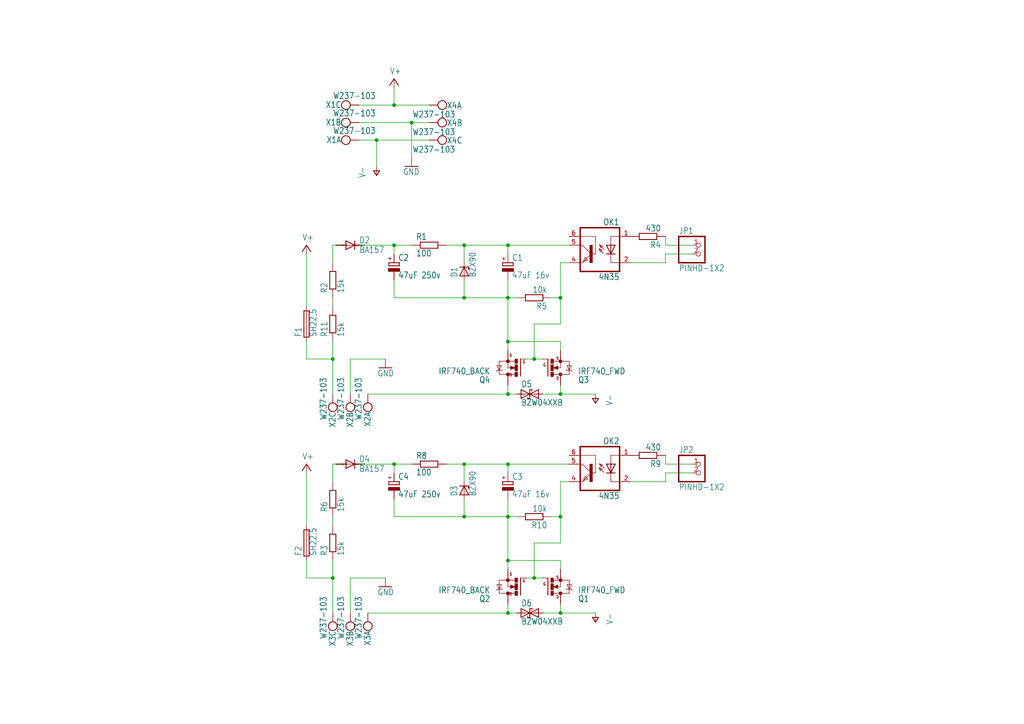
<source format=kicad_sch>
(kicad_sch (version 20211123) (generator eeschema)
  (paper "A4")
  (lib_symbols
    (symbol "dimmerPower9-eagle-import:4N35"
      (property "Reference" "OK" (at -6.985 5.715 0))
      (property "Value" "4N35" (at -6.985 -10.16 0))
      (symbol "4N35_1_0"
        (polyline (pts (xy -7.62 2.54) (xy -4.445 2.54)) (stroke (width 0.1524)))
        (polyline (pts (xy -6.985 -7.62) (xy 4.445 -7.62)) (stroke (width 0.4064)))
        (polyline (pts (xy -6.985 5.08) (xy -6.985 -7.62)) (stroke (width 0.4064)))
        (polyline (pts (xy -6.985 5.08) (xy 4.445 5.08)) (stroke (width 0.4064)))
        (polyline (pts (xy -4.445 -5.08) (xy -7.62 -5.08)) (stroke (width 0.1524)))
        (polyline (pts (xy -4.445 -2.54) (xy -5.715 -2.54)) (stroke (width 0.254)))
        (polyline (pts (xy -4.445 -2.54) (xy -5.715 0)) (stroke (width 0.254)))
        (polyline (pts (xy -4.445 -2.54) (xy -4.445 -5.08)) (stroke (width 0.1524)))
        (polyline (pts (xy -4.445 0) (xy -5.715 0)) (stroke (width 0.254)))
        (polyline (pts (xy -4.445 0) (xy -4.445 -2.54)) (stroke (width 0.254)))
        (polyline (pts (xy -4.445 2.54) (xy -4.445 0)) (stroke (width 0.1524)))
        (polyline (pts (xy -3.175 -2.54) (xy -4.445 -2.54)) (stroke (width 0.254)))
        (polyline (pts (xy -3.175 0) (xy -4.445 -2.54)) (stroke (width 0.254)))
        (polyline (pts (xy -3.175 0) (xy -4.445 0)) (stroke (width 0.254)))
        (polyline (pts (xy -2.54 -1.27) (xy -1.143 0.127)) (stroke (width 0.1524)))
        (polyline (pts (xy -2.413 -2.413) (xy -1.016 -1.016)) (stroke (width 0.1524)))
        (polyline (pts (xy -2.032 -0.254) (xy -1.524 -0.762)) (stroke (width 0.1524)))
        (polyline (pts (xy -1.905 -1.397) (xy -1.397 -1.905)) (stroke (width 0.1524)))
        (polyline (pts (xy -1.524 -0.762) (xy -1.143 0.127)) (stroke (width 0.1524)))
        (polyline (pts (xy -1.397 -1.905) (xy -1.016 -1.016)) (stroke (width 0.1524)))
        (polyline (pts (xy -1.143 0.127) (xy -2.032 -0.254)) (stroke (width 0.1524)))
        (polyline (pts (xy -1.016 -1.016) (xy -1.905 -1.397)) (stroke (width 0.1524)))
        (polyline (pts (xy 0 -2.54) (xy 0 2.54)) (stroke (width 0.1524)))
        (polyline (pts (xy 0 -2.54) (xy 1.016 -2.54)) (stroke (width 0.1524)))
        (polyline (pts (xy 0 2.54) (xy 5.08 2.54)) (stroke (width 0.1524)))
        (polyline (pts (xy 1.27 -2.54) (xy 3.556 -4.826)) (stroke (width 0.1524)))
        (polyline (pts (xy 2.286 -4.318) (xy 3.048 -3.556)) (stroke (width 0.1524)))
        (polyline (pts (xy 3.048 -3.556) (xy 3.556 -4.826)) (stroke (width 0.1524)))
        (polyline (pts (xy 3.556 -4.826) (xy 2.286 -4.318)) (stroke (width 0.1524)))
        (polyline (pts (xy 3.556 -4.826) (xy 3.81 -5.08)) (stroke (width 0.1524)))
        (polyline (pts (xy 3.81 -5.08) (xy 5.08 -5.08)) (stroke (width 0.1524)))
        (polyline (pts (xy 3.81 0) (xy 1.27 -2.54)) (stroke (width 0.1524)))
        (polyline (pts (xy 3.81 0) (xy 5.08 0)) (stroke (width 0.1524)))
        (polyline (pts (xy 4.445 5.08) (xy 4.445 -7.62)) (stroke (width 0.4064)))
        (rectangle (start 0.889 -5.08) (end 1.651 0) (fill (type outline)))
        (pin passive line (at -10.16 2.54 0) (length 2.54) (name "A") (number "1"))
        (pin passive line (at -10.16 -5.08 0) (length 2.54) (name "C") (number "2"))
        (pin passive line (at 7.62 -5.08 180) (length 2.54) (name "EMI") (number "4"))
        (pin passive line (at 7.62 0 180) (length 2.54) (name "COL") (number "5"))
        (pin passive line (at 7.62 2.54 180) (length 2.54) (name "BAS") (number "6"))
      )
    )
    (symbol "dimmerPower9-eagle-import:BA157"
      (property "Reference" "D" (at 2.54 0.4826 0))
      (property "Value" "BA157" (at 2.54 -2.3114 0))
      (symbol "BA157_1_0"
        (polyline (pts (xy -1.27 -1.27) (xy 1.27 0)) (stroke (width 0.254)))
        (polyline (pts (xy -1.27 1.27) (xy -1.27 -1.27)) (stroke (width 0.254)))
        (polyline (pts (xy 1.27 0) (xy -1.27 1.27)) (stroke (width 0.254)))
        (polyline (pts (xy 1.27 0) (xy 1.27 -1.27)) (stroke (width 0.254)))
        (polyline (pts (xy 1.27 1.27) (xy 1.27 0)) (stroke (width 0.254)))
        (text "SpiceOrder 1" (at -2.54 0 0) (effects (font (size 0.4064 0.3454))))
        (text "SpiceOrder 2" (at 2.54 0 0) (effects (font (size 0.4064 0.3454))))
        (pin passive line (at -2.54 0 0) (length 2.54) (name "A") (number "A"))
        (pin passive line (at 2.54 0 180) (length 2.54) (name "C") (number "C"))
      )
    )
    (symbol "dimmerPower9-eagle-import:BZW04XXB"
      (property "Reference" "D" (at -1.27 1.905 0))
      (property "Value" "BZW04XXB" (at -1.27 -3.429 0))
      (symbol "BZW04XXB_1_0"
        (polyline (pts (xy -1.27 -1.27) (xy 1.27 0)) (stroke (width 0.254)))
        (polyline (pts (xy -1.27 1.27) (xy -1.27 -1.27)) (stroke (width 0.254)))
        (polyline (pts (xy 0 0) (xy 1.27 0)) (stroke (width 0.1524)))
        (polyline (pts (xy 0.635 -1.016) (xy 0.635 -1.27)) (stroke (width 0.254)))
        (polyline (pts (xy 1.27 -1.27) (xy 0.635 -1.27)) (stroke (width 0.254)))
        (polyline (pts (xy 1.27 0) (xy -1.27 1.27)) (stroke (width 0.254)))
        (polyline (pts (xy 1.27 0) (xy 1.27 -1.27)) (stroke (width 0.254)))
        (polyline (pts (xy 1.27 0) (xy 2.54 0)) (stroke (width 0.1524)))
        (polyline (pts (xy 1.27 0) (xy 3.81 1.27)) (stroke (width 0.254)))
        (polyline (pts (xy 1.27 1.27) (xy 1.27 0)) (stroke (width 0.254)))
        (polyline (pts (xy 1.905 1.27) (xy 1.27 1.27)) (stroke (width 0.254)))
        (polyline (pts (xy 1.905 1.27) (xy 1.905 1.016)) (stroke (width 0.254)))
        (polyline (pts (xy 3.81 -1.27) (xy 1.27 0)) (stroke (width 0.254)))
        (polyline (pts (xy 3.81 1.27) (xy 3.81 -1.27)) (stroke (width 0.254)))
        (pin passive line (at -2.54 0 0) (length 2.54) (name "1") (number "A"))
        (pin passive line (at 5.08 0 180) (length 2.54) (name "2") (number "C"))
      )
    )
    (symbol "dimmerPower9-eagle-import:BZX90"
      (property "Reference" "D" (at -1.778 1.905 0))
      (property "Value" "BZX90" (at -1.778 -3.429 0))
      (symbol "BZX90_1_0"
        (polyline (pts (xy -1.27 -1.27) (xy 1.27 0)) (stroke (width 0.254)))
        (polyline (pts (xy -1.27 1.27) (xy -1.27 -1.27)) (stroke (width 0.254)))
        (polyline (pts (xy 1.27 -1.27) (xy 0.635 -1.27)) (stroke (width 0.254)))
        (polyline (pts (xy 1.27 0) (xy -1.27 1.27)) (stroke (width 0.254)))
        (polyline (pts (xy 1.27 0) (xy 1.27 -1.27)) (stroke (width 0.254)))
        (polyline (pts (xy 1.27 1.27) (xy 1.27 0)) (stroke (width 0.254)))
        (pin passive line (at -2.54 0 0) (length 2.54) (name "A") (number "A"))
        (pin passive line (at 2.54 0 180) (length 2.54) (name "C") (number "C"))
      )
    )
    (symbol "dimmerPower9-eagle-import:CPOL-EUE2.5-6"
      (property "Reference" "C" (at 1.143 0.4826 0))
      (property "Value" "CPOL-EUE2.5-6" (at 1.143 -4.5974 0))
      (symbol "CPOL-EUE2.5-6_1_0"
        (rectangle (start -1.651 -2.54) (end 1.651 -1.651) (fill (type outline)))
        (polyline (pts (xy -1.524 -0.889) (xy 1.524 -0.889)) (stroke (width 0.254)))
        (polyline (pts (xy -1.524 0) (xy -1.524 -0.889)) (stroke (width 0.254)))
        (polyline (pts (xy -1.524 0) (xy 1.524 0)) (stroke (width 0.254)))
        (polyline (pts (xy 1.524 -0.889) (xy 1.524 0)) (stroke (width 0.254)))
        (text "+" (at -0.5842 0.4064 900) (effects (font (size 1.27 1.0795)) (justify left bottom)))
        (pin passive line (at 0 2.54 270) (length 2.54) (name "+") (number "+"))
        (pin passive line (at 0 -5.08 90) (length 2.54) (name "-") (number "-"))
      )
    )
    (symbol "dimmerPower9-eagle-import:CPOL-EUE5-13"
      (property "Reference" "C" (at 1.143 0.4826 0))
      (property "Value" "CPOL-EUE5-13" (at 1.143 -4.5974 0))
      (symbol "CPOL-EUE5-13_1_0"
        (rectangle (start -1.651 -2.54) (end 1.651 -1.651) (fill (type outline)))
        (polyline (pts (xy -1.524 -0.889) (xy 1.524 -0.889)) (stroke (width 0.254)))
        (polyline (pts (xy -1.524 0) (xy -1.524 -0.889)) (stroke (width 0.254)))
        (polyline (pts (xy -1.524 0) (xy 1.524 0)) (stroke (width 0.254)))
        (polyline (pts (xy 1.524 -0.889) (xy 1.524 0)) (stroke (width 0.254)))
        (text "+" (at -0.5842 0.4064 900) (effects (font (size 1.27 1.0795)) (justify left bottom)))
        (pin passive line (at 0 2.54 270) (length 2.54) (name "+") (number "+"))
        (pin passive line (at 0 -5.08 90) (length 2.54) (name "-") (number "-"))
      )
    )
    (symbol "dimmerPower9-eagle-import:GND" (power)
      (property "Value" "GND" (at -2.54 -2.54 0))
      (symbol "GND_1_0"
        (polyline (pts (xy -1.905 0) (xy 1.905 0)) (stroke (width 0.254)))
        (pin power_in line (at 0 2.54 270) (length 2.54) (name "GND") (number "1"))
      )
    )
    (symbol "dimmerPower9-eagle-import:IRF740_BACK"
      (property "Reference" "Q" (at 7.62 2.54 0))
      (property "Value" "IRF740_BACK" (at 7.62 0 0))
      (symbol "IRF740_BACK_1_0"
        (rectangle (start -0.254 -2.54) (end 0.508 -1.27) (fill (type outline)))
        (rectangle (start -0.254 -0.889) (end 0.508 0.889) (fill (type outline)))
        (rectangle (start -0.254 1.27) (end 0.508 2.54) (fill (type outline)))
        (polyline (pts (xy -1.1176 -2.54) (xy -2.54 -2.54)) (stroke (width 0.1524)))
        (polyline (pts (xy -1.1176 2.413) (xy -1.1176 -2.54)) (stroke (width 0.254)))
        (polyline (pts (xy 0.508 -1.905) (xy 2.54 -1.905)) (stroke (width 0.1524)))
        (polyline (pts (xy 0.508 0) (xy 1.778 -0.508)) (stroke (width 0.1524)))
        (polyline (pts (xy 0.762 0) (xy 1.651 -0.254)) (stroke (width 0.3048)))
        (polyline (pts (xy 1.651 -0.254) (xy 1.651 0)) (stroke (width 0.3048)))
        (polyline (pts (xy 1.651 0) (xy 1.397 0)) (stroke (width 0.3048)))
        (polyline (pts (xy 1.651 0) (xy 2.54 0)) (stroke (width 0.1524)))
        (polyline (pts (xy 1.651 0.254) (xy 0.762 0)) (stroke (width 0.3048)))
        (polyline (pts (xy 1.778 -0.508) (xy 1.778 0.508)) (stroke (width 0.1524)))
        (polyline (pts (xy 1.778 0.508) (xy 0.508 0)) (stroke (width 0.1524)))
        (polyline (pts (xy 2.54 -1.905) (xy 2.54 -2.54)) (stroke (width 0.1524)))
        (polyline (pts (xy 2.54 0) (xy 2.54 -1.905)) (stroke (width 0.1524)))
        (polyline (pts (xy 2.54 1.905) (xy 0.5334 1.905)) (stroke (width 0.1524)))
        (polyline (pts (xy 2.54 1.905) (xy 5.08 1.905)) (stroke (width 0.1524)))
        (polyline (pts (xy 2.54 2.54) (xy 2.54 1.905)) (stroke (width 0.1524)))
        (polyline (pts (xy 4.445 -0.635) (xy 5.715 -0.635)) (stroke (width 0.1524)))
        (polyline (pts (xy 4.445 0.762) (xy 4.191 0.508)) (stroke (width 0.1524)))
        (polyline (pts (xy 4.445 0.762) (xy 5.08 0.762)) (stroke (width 0.1524)))
        (polyline (pts (xy 5.08 -1.905) (xy 2.54 -1.905)) (stroke (width 0.1524)))
        (polyline (pts (xy 5.08 0.762) (xy 4.445 -0.635)) (stroke (width 0.1524)))
        (polyline (pts (xy 5.08 0.762) (xy 5.08 -1.905)) (stroke (width 0.1524)))
        (polyline (pts (xy 5.08 0.762) (xy 5.715 0.762)) (stroke (width 0.1524)))
        (polyline (pts (xy 5.08 1.905) (xy 5.08 0.762)) (stroke (width 0.1524)))
        (polyline (pts (xy 5.715 -0.635) (xy 5.08 0.762)) (stroke (width 0.1524)))
        (polyline (pts (xy 5.715 0.762) (xy 5.969 1.016)) (stroke (width 0.1524)))
        (circle (center 2.54 -1.905) (radius 0.127) (stroke (width 0.4064)))
        (circle (center 2.54 1.905) (radius 0.127) (stroke (width 0.4064)))
        (text "D" (at 1.27 2.54 0) (effects (font (size 0.8128 0.6908)) (justify left bottom)))
        (text "G" (at -2.54 -1.27 0) (effects (font (size 0.8128 0.6908)) (justify left bottom)))
        (text "S" (at 1.27 -3.175 0) (effects (font (size 0.8128 0.6908)) (justify left bottom)))
        (pin passive line (at 2.54 5.08 270) (length 2.54) (name "D") (number "D"))
        (pin passive line (at -2.54 -2.54 0) (length 0) (name "G") (number "G"))
        (pin passive line (at 2.54 -5.08 90) (length 2.54) (name "S") (number "S"))
      )
    )
    (symbol "dimmerPower9-eagle-import:IRF740_FWD"
      (property "Reference" "Q" (at 7.62 2.54 0))
      (property "Value" "IRF740_FWD" (at 7.62 0 0))
      (symbol "IRF740_FWD_1_0"
        (rectangle (start -0.254 -2.54) (end 0.508 -1.27) (fill (type outline)))
        (rectangle (start -0.254 -0.889) (end 0.508 0.889) (fill (type outline)))
        (rectangle (start -0.254 1.27) (end 0.508 2.54) (fill (type outline)))
        (polyline (pts (xy -1.1176 -2.54) (xy -2.54 -2.54)) (stroke (width 0.1524)))
        (polyline (pts (xy -1.1176 2.413) (xy -1.1176 -2.54)) (stroke (width 0.254)))
        (polyline (pts (xy 0.508 -1.905) (xy 2.54 -1.905)) (stroke (width 0.1524)))
        (polyline (pts (xy 0.508 0) (xy 1.778 -0.508)) (stroke (width 0.1524)))
        (polyline (pts (xy 0.762 0) (xy 1.651 -0.254)) (stroke (width 0.3048)))
        (polyline (pts (xy 1.651 -0.254) (xy 1.651 0)) (stroke (width 0.3048)))
        (polyline (pts (xy 1.651 0) (xy 1.397 0)) (stroke (width 0.3048)))
        (polyline (pts (xy 1.651 0) (xy 2.54 0)) (stroke (width 0.1524)))
        (polyline (pts (xy 1.651 0.254) (xy 0.762 0)) (stroke (width 0.3048)))
        (polyline (pts (xy 1.778 -0.508) (xy 1.778 0.508)) (stroke (width 0.1524)))
        (polyline (pts (xy 1.778 0.508) (xy 0.508 0)) (stroke (width 0.1524)))
        (polyline (pts (xy 2.54 -1.905) (xy 2.54 -2.54)) (stroke (width 0.1524)))
        (polyline (pts (xy 2.54 0) (xy 2.54 -1.905)) (stroke (width 0.1524)))
        (polyline (pts (xy 2.54 1.905) (xy 0.5334 1.905)) (stroke (width 0.1524)))
        (polyline (pts (xy 2.54 1.905) (xy 5.08 1.905)) (stroke (width 0.1524)))
        (polyline (pts (xy 2.54 2.54) (xy 2.54 1.905)) (stroke (width 0.1524)))
        (polyline (pts (xy 4.445 -0.635) (xy 5.715 -0.635)) (stroke (width 0.1524)))
        (polyline (pts (xy 4.445 0.762) (xy 4.191 0.508)) (stroke (width 0.1524)))
        (polyline (pts (xy 4.445 0.762) (xy 5.08 0.762)) (stroke (width 0.1524)))
        (polyline (pts (xy 5.08 -1.905) (xy 2.54 -1.905)) (stroke (width 0.1524)))
        (polyline (pts (xy 5.08 0.762) (xy 4.445 -0.635)) (stroke (width 0.1524)))
        (polyline (pts (xy 5.08 0.762) (xy 5.08 -1.905)) (stroke (width 0.1524)))
        (polyline (pts (xy 5.08 0.762) (xy 5.715 0.762)) (stroke (width 0.1524)))
        (polyline (pts (xy 5.08 1.905) (xy 5.08 0.762)) (stroke (width 0.1524)))
        (polyline (pts (xy 5.715 -0.635) (xy 5.08 0.762)) (stroke (width 0.1524)))
        (polyline (pts (xy 5.715 0.762) (xy 5.969 1.016)) (stroke (width 0.1524)))
        (circle (center 2.54 -1.905) (radius 0.127) (stroke (width 0.4064)))
        (circle (center 2.54 1.905) (radius 0.127) (stroke (width 0.4064)))
        (text "D" (at 1.27 2.54 0) (effects (font (size 0.8128 0.6908)) (justify left bottom)))
        (text "G" (at -2.54 -1.27 0) (effects (font (size 0.8128 0.6908)) (justify left bottom)))
        (text "S" (at 1.27 -3.175 0) (effects (font (size 0.8128 0.6908)) (justify left bottom)))
        (pin passive line (at 2.54 5.08 270) (length 2.54) (name "D") (number "D"))
        (pin passive line (at -2.54 -2.54 0) (length 0) (name "G") (number "G"))
        (pin passive line (at 2.54 -5.08 90) (length 2.54) (name "S") (number "S"))
      )
    )
    (symbol "dimmerPower9-eagle-import:PINHD-1X2"
      (property "Reference" "JP" (at -6.35 5.715 0))
      (property "Value" "PINHD-1X2" (at -6.35 -5.08 0))
      (symbol "PINHD-1X2_1_0"
        (polyline (pts (xy -6.35 -2.54) (xy 1.27 -2.54)) (stroke (width 0.4064)))
        (polyline (pts (xy -6.35 5.08) (xy -6.35 -2.54)) (stroke (width 0.4064)))
        (polyline (pts (xy 1.27 -2.54) (xy 1.27 5.08)) (stroke (width 0.4064)))
        (polyline (pts (xy 1.27 5.08) (xy -6.35 5.08)) (stroke (width 0.4064)))
        (pin passive inverted (at -2.54 2.54 0) (length 2.54) (name "1") (number "1"))
        (pin passive inverted (at -2.54 0 0) (length 2.54) (name "2") (number "2"))
      )
    )
    (symbol "dimmerPower9-eagle-import:R-EU_0204{slash}7"
      (property "Reference" "R" (at -3.81 1.4986 0))
      (property "Value" "R-EU_0204{slash}7" (at -3.81 -3.302 0))
      (symbol "R-EU_0204{slash}7_1_0"
        (polyline (pts (xy -2.54 -0.889) (xy -2.54 0.889)) (stroke (width 0.254)))
        (polyline (pts (xy -2.54 -0.889) (xy 2.54 -0.889)) (stroke (width 0.254)))
        (polyline (pts (xy 2.54 -0.889) (xy 2.54 0.889)) (stroke (width 0.254)))
        (polyline (pts (xy 2.54 0.889) (xy -2.54 0.889)) (stroke (width 0.254)))
        (pin passive line (at -5.08 0 0) (length 2.54) (name "1") (number "1"))
        (pin passive line (at 5.08 0 180) (length 2.54) (name "2") (number "2"))
      )
    )
    (symbol "dimmerPower9-eagle-import:R-EU_0613{slash}15"
      (property "Reference" "R" (at -3.81 1.4986 0))
      (property "Value" "R-EU_0613{slash}15" (at -3.81 -3.302 0))
      (symbol "R-EU_0613{slash}15_1_0"
        (polyline (pts (xy -2.54 -0.889) (xy -2.54 0.889)) (stroke (width 0.254)))
        (polyline (pts (xy -2.54 -0.889) (xy 2.54 -0.889)) (stroke (width 0.254)))
        (polyline (pts (xy 2.54 -0.889) (xy 2.54 0.889)) (stroke (width 0.254)))
        (polyline (pts (xy 2.54 0.889) (xy -2.54 0.889)) (stroke (width 0.254)))
        (pin passive line (at -5.08 0 0) (length 2.54) (name "1") (number "1"))
        (pin passive line (at 5.08 0 180) (length 2.54) (name "2") (number "2"))
      )
    )
    (symbol "dimmerPower9-eagle-import:SH22,5"
      (property "Reference" "F" (at -3.81 1.397 0))
      (property "Value" "SH22,5" (at -3.81 -2.921 0))
      (symbol "SH22,5_1_0"
        (polyline (pts (xy -3.81 -0.762) (xy 3.81 -0.762)) (stroke (width 0.254)))
        (polyline (pts (xy -3.81 0.762) (xy -3.81 -0.762)) (stroke (width 0.254)))
        (polyline (pts (xy -2.54 0) (xy 2.54 0)) (stroke (width 0.1524)))
        (polyline (pts (xy 3.81 -0.762) (xy 3.81 0.762)) (stroke (width 0.254)))
        (polyline (pts (xy 3.81 0.762) (xy -3.81 0.762)) (stroke (width 0.254)))
        (pin passive line (at -5.08 0 0) (length 2.54) (name "1") (number "1"))
        (pin passive line (at 5.08 0 180) (length 2.54) (name "2") (number "2"))
      )
    )
    (symbol "dimmerPower9-eagle-import:V+" (power)
      (property "Value" "V+" (at -1.27 1.27 0))
      (symbol "V+_1_0"
        (polyline (pts (xy 0 0) (xy -1.27 -1.905)) (stroke (width 0.254)))
        (polyline (pts (xy 1.27 -1.905) (xy 0 0)) (stroke (width 0.254)))
        (pin power_in line (at 0 -2.54 90) (length 2.54) (name "V+") (number "1"))
      )
    )
    (symbol "dimmerPower9-eagle-import:V-" (power)
      (property "Value" "V-" (at -5.08 2.54 90))
      (symbol "V-_1_0"
        (polyline (pts (xy -0.889 1.27) (xy 0 -0.127)) (stroke (width 0.254)))
        (polyline (pts (xy -0.889 1.27) (xy 0.889 1.27)) (stroke (width 0.254)))
        (polyline (pts (xy 0 -0.127) (xy 0.889 1.27)) (stroke (width 0.254)))
        (pin power_in line (at 0 2.54 270) (length 2.54) (name "V-") (number "1"))
      )
    )
    (symbol "dimmerPower9-eagle-import:W237-103"
      (property "Reference" "X" (at 0 0.889 0))
      (property "Value" "W237-103" (at -2.54 -3.683 0))
      (symbol "W237-103_1_0"
        (circle (center 1.27 0) (radius 1.27) (stroke (width 0.254)))
        (pin passive line (at 5.08 0 180) (length 2.54) (name "KL") (number "1"))
      )
      (symbol "W237-103_2_0"
        (circle (center 1.27 0) (radius 1.27) (stroke (width 0.254)))
        (pin passive line (at 5.08 0 180) (length 2.54) (name "KL") (number "2"))
      )
      (symbol "W237-103_3_0"
        (circle (center 1.27 0) (radius 1.27) (stroke (width 0.254)))
        (pin passive line (at 5.08 0 180) (length 2.54) (name "KL") (number "3"))
      )
    )
  )
  (junction (at 147.32 149.86))
  (junction (at 134.62 149.86))
  (junction (at 114.3 134.62))
  (junction (at 162.56 177.8))
  (junction (at 162.56 86.36))
  (junction (at 134.62 86.36))
  (junction (at 114.3 30.48))
  (junction (at 147.32 99.06))
  (junction (at 162.56 149.86))
  (junction (at 114.3 71.12))
  (junction (at 119.38 35.56))
  (junction (at 162.56 114.3))
  (junction (at 134.62 134.62))
  (junction (at 147.32 134.62))
  (junction (at 147.32 162.56))
  (junction (at 109.22 40.64))
  (junction (at 134.62 71.12))
  (junction (at 147.32 71.12))
  (junction (at 96.52 104.14))
  (junction (at 147.32 177.8))
  (junction (at 154.94 104.14))
  (junction (at 154.94 167.64))
  (junction (at 147.32 114.3))
  (junction (at 147.32 86.36))
  (junction (at 96.52 167.64))
  (wire (pts (xy 96.52 114.3) (xy 96.52 104.14)))
  (wire (pts (xy 96.52 88.9) (xy 96.52 86.36)))
  (wire (pts (xy 162.56 76.2) (xy 162.56 86.36)))
  (wire (pts (xy 154.94 104.14) (xy 152.4 104.14)))
  (wire (pts (xy 147.32 99.06) (xy 162.56 99.06)))
  (wire (pts (xy 154.94 157.48) (xy 162.56 157.48)))
  (wire (pts (xy 147.32 162.56) (xy 147.32 149.86)))
  (wire (pts (xy 149.86 149.86) (xy 147.32 149.86)))
  (wire (pts (xy 134.62 86.36) (xy 134.62 81.28)))
  (wire (pts (xy 193.04 71.12) (xy 200.66 71.12)))
  (wire (pts (xy 162.56 101.6) (xy 162.56 99.06)))
  (wire (pts (xy 104.14 30.48) (xy 114.3 30.48)))
  (wire (pts (xy 129.54 134.62) (xy 134.62 134.62)))
  (wire (pts (xy 96.52 134.62) (xy 99.06 134.62)))
  (wire (pts (xy 193.04 139.7) (xy 182.88 139.7)))
  (wire (pts (xy 88.9 99.06) (xy 88.9 104.14)))
  (wire (pts (xy 134.62 71.12) (xy 147.32 71.12)))
  (wire (pts (xy 165.1 139.7) (xy 162.56 139.7)))
  (wire (pts (xy 134.62 134.62) (xy 147.32 134.62)))
  (wire (pts (xy 193.04 134.62) (xy 200.66 134.62)))
  (wire (pts (xy 157.48 114.3) (xy 162.56 114.3)))
  (wire (pts (xy 114.3 81.28) (xy 114.3 86.36)))
  (wire (pts (xy 96.52 152.4) (xy 96.52 149.86)))
  (wire (pts (xy 193.04 132.08) (xy 193.04 134.62)))
  (wire (pts (xy 119.38 134.62) (xy 114.3 134.62)))
  (wire (pts (xy 147.32 99.06) (xy 147.32 86.36)))
  (wire (pts (xy 162.56 175.26) (xy 162.56 177.8)))
  (wire (pts (xy 157.48 177.8) (xy 162.56 177.8)))
  (wire (pts (xy 96.52 76.2) (xy 96.52 71.12)))
  (wire (pts (xy 119.38 71.12) (xy 114.3 71.12)))
  (wire (pts (xy 114.3 30.48) (xy 124.46 30.48)))
  (wire (pts (xy 147.32 134.62) (xy 147.32 137.16)))
  (wire (pts (xy 104.14 71.12) (xy 114.3 71.12)))
  (wire (pts (xy 114.3 149.86) (xy 134.62 149.86)))
  (wire (pts (xy 88.9 162.56) (xy 88.9 167.64)))
  (wire (pts (xy 114.3 86.36) (xy 134.62 86.36)))
  (wire (pts (xy 147.32 86.36) (xy 147.32 81.28)))
  (wire (pts (xy 134.62 149.86) (xy 147.32 149.86)))
  (wire (pts (xy 154.94 167.64) (xy 152.4 167.64)))
  (wire (pts (xy 119.38 45.72) (xy 119.38 35.56)))
  (wire (pts (xy 96.52 167.64) (xy 96.52 162.56)))
  (wire (pts (xy 134.62 149.86) (xy 134.62 144.78)))
  (wire (pts (xy 101.6 114.3) (xy 101.6 104.14)))
  (wire (pts (xy 147.32 71.12) (xy 147.32 73.66)))
  (wire (pts (xy 157.48 104.14) (xy 154.94 104.14)))
  (wire (pts (xy 160.02 149.86) (xy 162.56 149.86)))
  (wire (pts (xy 162.56 111.76) (xy 162.56 114.3)))
  (wire (pts (xy 104.14 40.64) (xy 109.22 40.64)))
  (wire (pts (xy 154.94 167.64) (xy 154.94 157.48)))
  (wire (pts (xy 193.04 137.16) (xy 193.04 139.7)))
  (wire (pts (xy 88.9 88.9) (xy 88.9 73.66)))
  (wire (pts (xy 134.62 86.36) (xy 147.32 86.36)))
  (wire (pts (xy 96.52 104.14) (xy 96.52 99.06)))
  (wire (pts (xy 96.52 177.8) (xy 96.52 167.64)))
  (wire (pts (xy 104.14 134.62) (xy 114.3 134.62)))
  (wire (pts (xy 154.94 104.14) (xy 154.94 93.98)))
  (wire (pts (xy 165.1 71.12) (xy 147.32 71.12)))
  (wire (pts (xy 154.94 93.98) (xy 162.56 93.98)))
  (wire (pts (xy 193.04 76.2) (xy 182.88 76.2)))
  (wire (pts (xy 147.32 149.86) (xy 147.32 144.78)))
  (wire (pts (xy 114.3 134.62) (xy 114.3 137.16)))
  (wire (pts (xy 124.46 40.64) (xy 109.22 40.64)))
  (wire (pts (xy 88.9 167.64) (xy 96.52 167.64)))
  (wire (pts (xy 193.04 68.58) (xy 193.04 71.12)))
  (wire (pts (xy 149.86 177.8) (xy 147.32 177.8)))
  (wire (pts (xy 162.56 93.98) (xy 162.56 86.36)))
  (wire (pts (xy 165.1 76.2) (xy 162.56 76.2)))
  (wire (pts (xy 165.1 134.62) (xy 147.32 134.62)))
  (wire (pts (xy 200.66 73.66) (xy 193.04 73.66)))
  (wire (pts (xy 134.62 134.62) (xy 134.62 139.7)))
  (wire (pts (xy 147.32 114.3) (xy 147.32 111.76)))
  (wire (pts (xy 114.3 144.78) (xy 114.3 149.86)))
  (wire (pts (xy 96.52 139.7) (xy 96.52 134.62)))
  (wire (pts (xy 147.32 162.56) (xy 162.56 162.56)))
  (wire (pts (xy 101.6 104.14) (xy 111.76 104.14)))
  (wire (pts (xy 88.9 104.14) (xy 96.52 104.14)))
  (wire (pts (xy 162.56 157.48) (xy 162.56 149.86)))
  (wire (pts (xy 124.46 35.56) (xy 119.38 35.56)))
  (wire (pts (xy 134.62 71.12) (xy 134.62 76.2)))
  (wire (pts (xy 193.04 73.66) (xy 193.04 76.2)))
  (wire (pts (xy 147.32 177.8) (xy 147.32 175.26)))
  (wire (pts (xy 109.22 48.26) (xy 109.22 40.64)))
  (wire (pts (xy 88.9 152.4) (xy 88.9 137.16)))
  (wire (pts (xy 149.86 86.36) (xy 147.32 86.36)))
  (wire (pts (xy 160.02 86.36) (xy 162.56 86.36)))
  (wire (pts (xy 147.32 114.3) (xy 106.68 114.3)))
  (wire (pts (xy 147.32 177.8) (xy 106.68 177.8)))
  (wire (pts (xy 172.72 114.3) (xy 162.56 114.3)))
  (wire (pts (xy 129.54 71.12) (xy 134.62 71.12)))
  (wire (pts (xy 147.32 101.6) (xy 147.32 99.06)))
  (wire (pts (xy 101.6 167.64) (xy 111.76 167.64)))
  (wire (pts (xy 114.3 30.48) (xy 114.3 25.4)))
  (wire (pts (xy 114.3 71.12) (xy 114.3 73.66)))
  (wire (pts (xy 104.14 35.56) (xy 119.38 35.56)))
  (wire (pts (xy 96.52 71.12) (xy 99.06 71.12)))
  (wire (pts (xy 162.56 165.1) (xy 162.56 162.56)))
  (wire (pts (xy 172.72 177.8) (xy 162.56 177.8)))
  (wire (pts (xy 157.48 167.64) (xy 154.94 167.64)))
  (wire (pts (xy 147.32 165.1) (xy 147.32 162.56)))
  (wire (pts (xy 162.56 139.7) (xy 162.56 149.86)))
  (wire (pts (xy 149.86 114.3) (xy 147.32 114.3)))
  (wire (pts (xy 200.66 137.16) (xy 193.04 137.16)))
  (wire (pts (xy 101.6 177.8) (xy 101.6 167.64)))
  (symbol (lib_id "dimmerPower9-eagle-import:R-EU_0204{slash}7") (at 124.46 71.12 0) (unit 1)
    (property "Reference" "R1" (at 120.65 69.6214 0) (effects (font (size 1.778 1.5113)) (justify left bottom)))
    (property "Value" "100" (at 120.65 74.422 0) (effects (font (size 1.778 1.5113)) (justify left bottom)))
    (property "Footprint" "dimmerPower9:0204_7" (effects hide))
  )
  (symbol (lib_id "dimmerPower9-eagle-import:V-") (at 109.22 50.8 0) (unit 1)
    (property "Reference" "#P-1" (effects hide))
    (property "Value" "V-" (at 104.14 48.26 90) (effects (font (size 1.778 1.5113)) (justify right top)))
    (property "Footprint" "dimmerPower9:" (effects hide))
  )
  (symbol (lib_id "dimmerPower9-eagle-import:IRF740_FWD") (at 160.02 106.68 0) (mirror x) (unit 1)
    (property "Reference" "Q3" (at 167.64 109.22 0) (effects (font (size 1.778 1.5113)) (justify left bottom)))
    (property "Value" "IRF740_FWD" (at 167.64 106.68 0) (effects (font (size 1.778 1.5113)) (justify left bottom)))
    (property "Footprint" "dimmerPower9:TO220BV_FWD" (effects hide))
  )
  (symbol (lib_id "dimmerPower9-eagle-import:V-") (at 172.72 116.84 0) (mirror y) (unit 1)
    (property "Reference" "#P-2" (effects hide))
    (property "Value" "V-" (at 177.8 114.3 90) (effects (font (size 1.778 1.5113)) (justify right top)))
    (property "Footprint" "dimmerPower9:" (effects hide))
  )
  (symbol (lib_id "dimmerPower9-eagle-import:GND") (at 111.76 170.18 0) (mirror y) (unit 1)
    (property "Reference" "#GND2" (effects hide))
    (property "Value" "GND" (at 114.3 172.72 0) (effects (font (size 1.778 1.5113)) (justify left bottom)))
    (property "Footprint" "dimmerPower9:" (effects hide))
  )
  (symbol (lib_id "dimmerPower9-eagle-import:V+") (at 88.9 71.12 0) (unit 1)
    (property "Reference" "#SUPPLY2" (effects hide))
    (property "Value" "V+" (at 87.63 69.85 0) (effects (font (size 1.778 1.5113)) (justify left bottom)))
    (property "Footprint" "dimmerPower9:" (effects hide))
  )
  (symbol (lib_id "dimmerPower9-eagle-import:R-EU_0613{slash}15") (at 96.52 157.48 90) (unit 1)
    (property "Reference" "R3" (at 95.0214 161.29 0) (effects (font (size 1.778 1.5113)) (justify left bottom)))
    (property "Value" "15k" (at 99.822 161.29 0) (effects (font (size 1.778 1.5113)) (justify left bottom)))
    (property "Footprint" "dimmerPower9:P0613_15" (effects hide))
  )
  (symbol (lib_id "dimmerPower9-eagle-import:W237-103") (at 96.52 182.88 270) (mirror x) (unit 3)
    (property "Reference" "X3" (at 97.409 182.88 0) (effects (font (size 1.778 1.5113)) (justify right top)))
    (property "Value" "W237-103" (at 92.837 185.42 0) (effects (font (size 1.778 1.5113)) (justify left bottom)))
    (property "Footprint" "dimmerPower9:W237-103" (effects hide))
  )
  (symbol (lib_id "dimmerPower9-eagle-import:R-EU_0204{slash}7") (at 154.94 149.86 180) (unit 1)
    (property "Reference" "R10" (at 158.75 151.3586 0) (effects (font (size 1.778 1.5113)) (justify left bottom)))
    (property "Value" "10k" (at 158.75 146.558 0) (effects (font (size 1.778 1.5113)) (justify left bottom)))
    (property "Footprint" "dimmerPower9:0204_7" (effects hide))
  )
  (symbol (lib_id "dimmerPower9-eagle-import:BZX90") (at 134.62 142.24 90) (unit 1)
    (property "Reference" "D3" (at 132.715 144.018 0) (effects (font (size 1.778 1.5113)) (justify left bottom)))
    (property "Value" "BZX90" (at 138.049 144.018 0) (effects (font (size 1.778 1.5113)) (justify left bottom)))
    (property "Footprint" "dimmerPower9:DO34Z7" (effects hide))
  )
  (symbol (lib_id "dimmerPower9-eagle-import:SH22,5") (at 88.9 93.98 90) (unit 1)
    (property "Reference" "F1" (at 87.503 97.79 0) (effects (font (size 1.778 1.5113)) (justify left bottom)))
    (property "Value" "SH22,5" (at 91.821 97.79 0) (effects (font (size 1.778 1.5113)) (justify left bottom)))
    (property "Footprint" "dimmerPower9:SH22,5" (effects hide))
  )
  (symbol (lib_id "dimmerPower9-eagle-import:R-EU_0613{slash}15") (at 96.52 144.78 90) (unit 1)
    (property "Reference" "R6" (at 95.0214 148.59 0) (effects (font (size 1.778 1.5113)) (justify left bottom)))
    (property "Value" "15k" (at 99.822 148.59 0) (effects (font (size 1.778 1.5113)) (justify left bottom)))
    (property "Footprint" "dimmerPower9:P0613_15" (effects hide))
  )
  (symbol (lib_id "dimmerPower9-eagle-import:IRF740_FWD") (at 160.02 170.18 0) (mirror x) (unit 1)
    (property "Reference" "Q1" (at 167.64 172.72 0) (effects (font (size 1.778 1.5113)) (justify left bottom)))
    (property "Value" "IRF740_FWD" (at 167.64 170.18 0) (effects (font (size 1.778 1.5113)) (justify left bottom)))
    (property "Footprint" "dimmerPower9:TO220BV_FWD" (effects hide))
  )
  (symbol (lib_id "dimmerPower9-eagle-import:W237-103") (at 129.54 40.64 0) (mirror y) (unit 3)
    (property "Reference" "X4" (at 129.54 39.751 0) (effects (font (size 1.778 1.5113)) (justify right top)))
    (property "Value" "W237-103" (at 132.08 44.323 0) (effects (font (size 1.778 1.5113)) (justify left bottom)))
    (property "Footprint" "dimmerPower9:W237-103" (effects hide))
  )
  (symbol (lib_id "dimmerPower9-eagle-import:GND") (at 119.38 48.26 0) (unit 1)
    (property "Reference" "#GND3" (effects hide))
    (property "Value" "GND" (at 116.84 50.8 0) (effects (font (size 1.778 1.5113)) (justify left bottom)))
    (property "Footprint" "dimmerPower9:" (effects hide))
  )
  (symbol (lib_id "dimmerPower9-eagle-import:W237-103") (at 99.06 30.48 0) (mirror x) (unit 3)
    (property "Reference" "X1" (at 99.06 31.369 0) (effects (font (size 1.778 1.5113)) (justify right top)))
    (property "Value" "W237-103" (at 96.52 26.797 0) (effects (font (size 1.778 1.5113)) (justify left bottom)))
    (property "Footprint" "dimmerPower9:W237-103" (effects hide))
  )
  (symbol (lib_id "dimmerPower9-eagle-import:W237-103") (at 106.68 182.88 270) (mirror x) (unit 1)
    (property "Reference" "X3" (at 107.569 182.88 0) (effects (font (size 1.778 1.5113)) (justify right top)))
    (property "Value" "W237-103" (at 102.997 185.42 0) (effects (font (size 1.778 1.5113)) (justify left bottom)))
    (property "Footprint" "dimmerPower9:W237-103" (effects hide))
  )
  (symbol (lib_id "dimmerPower9-eagle-import:PINHD-1X2") (at 203.2 73.66 0) (unit 1)
    (property "Reference" "JP1" (at 196.85 67.945 0) (effects (font (size 1.778 1.5113)) (justify left bottom)))
    (property "Value" "PINHD-1X2" (at 196.85 78.74 0) (effects (font (size 1.778 1.5113)) (justify left bottom)))
    (property "Footprint" "dimmerPower9:1X02" (effects hide))
  )
  (symbol (lib_id "dimmerPower9-eagle-import:BZW04XXB") (at 152.4 114.3 0) (unit 1)
    (property "Reference" "D5" (at 151.13 112.395 0) (effects (font (size 1.778 1.5113)) (justify left bottom)))
    (property "Value" "BZW04XXB" (at 151.13 117.729 0) (effects (font (size 1.778 1.5113)) (justify left bottom)))
    (property "Footprint" "dimmerPower9:F126Z12" (effects hide))
  )
  (symbol (lib_id "dimmerPower9-eagle-import:R-EU_0204{slash}7") (at 154.94 86.36 180) (unit 1)
    (property "Reference" "R5" (at 158.75 87.8586 0) (effects (font (size 1.778 1.5113)) (justify left bottom)))
    (property "Value" "10k" (at 158.75 83.058 0) (effects (font (size 1.778 1.5113)) (justify left bottom)))
    (property "Footprint" "dimmerPower9:0204_7" (effects hide))
  )
  (symbol (lib_id "dimmerPower9-eagle-import:4N35") (at 172.72 134.62 0) (mirror y) (unit 1)
    (property "Reference" "OK2" (at 179.705 128.905 0) (effects (font (size 1.778 1.5113)) (justify left bottom)))
    (property "Value" "4N35" (at 179.705 144.78 0) (effects (font (size 1.778 1.5113)) (justify left bottom)))
    (property "Footprint" "dimmerPower9:DIL06" (effects hide))
  )
  (symbol (lib_id "dimmerPower9-eagle-import:W237-103") (at 96.52 119.38 270) (mirror x) (unit 3)
    (property "Reference" "X2" (at 97.409 119.38 0) (effects (font (size 1.778 1.5113)) (justify right top)))
    (property "Value" "W237-103" (at 92.837 121.92 0) (effects (font (size 1.778 1.5113)) (justify left bottom)))
    (property "Footprint" "dimmerPower9:W237-103" (effects hide))
  )
  (symbol (lib_id "dimmerPower9-eagle-import:BA157") (at 101.6 134.62 0) (unit 1)
    (property "Reference" "D4" (at 104.14 134.1374 0) (effects (font (size 1.778 1.5113)) (justify left bottom)))
    (property "Value" "BA157" (at 104.14 136.9314 0) (effects (font (size 1.778 1.5113)) (justify left bottom)))
    (property "Footprint" "dimmerPower9:P1-10" (effects hide))
  )
  (symbol (lib_id "dimmerPower9-eagle-import:CPOL-EUE5-13") (at 114.3 139.7 0) (unit 1)
    (property "Reference" "C4" (at 115.443 139.2174 0) (effects (font (size 1.778 1.5113)) (justify left bottom)))
    (property "Value" "47uF 250v" (at 115.443 144.2974 0) (effects (font (size 1.778 1.5113)) (justify left bottom)))
    (property "Footprint" "dimmerPower9:E5-13" (effects hide))
  )
  (symbol (lib_id "dimmerPower9-eagle-import:W237-103") (at 99.06 40.64 0) (mirror x) (unit 1)
    (property "Reference" "X1" (at 99.06 41.529 0) (effects (font (size 1.778 1.5113)) (justify right top)))
    (property "Value" "W237-103" (at 96.52 36.957 0) (effects (font (size 1.778 1.5113)) (justify left bottom)))
    (property "Footprint" "dimmerPower9:W237-103" (effects hide))
  )
  (symbol (lib_id "dimmerPower9-eagle-import:IRF740_BACK") (at 149.86 170.18 180) (unit 1)
    (property "Reference" "Q2" (at 142.24 172.72 0) (effects (font (size 1.778 1.5113)) (justify left bottom)))
    (property "Value" "IRF740_BACK" (at 142.24 170.18 0) (effects (font (size 1.778 1.5113)) (justify left bottom)))
    (property "Footprint" "dimmerPower9:TO220BV_BACK" (effects hide))
  )
  (symbol (lib_id "dimmerPower9-eagle-import:GND") (at 111.76 106.68 0) (mirror y) (unit 1)
    (property "Reference" "#GND1" (effects hide))
    (property "Value" "GND" (at 114.3 109.22 0) (effects (font (size 1.778 1.5113)) (justify left bottom)))
    (property "Footprint" "dimmerPower9:" (effects hide))
  )
  (symbol (lib_id "dimmerPower9-eagle-import:R-EU_0613{slash}15") (at 96.52 93.98 90) (unit 1)
    (property "Reference" "R11" (at 95.0214 97.79 0) (effects (font (size 1.778 1.5113)) (justify left bottom)))
    (property "Value" "15k" (at 99.822 97.79 0) (effects (font (size 1.778 1.5113)) (justify left bottom)))
    (property "Footprint" "dimmerPower9:P0613_15" (effects hide))
  )
  (symbol (lib_id "dimmerPower9-eagle-import:V+") (at 114.3 22.86 0) (unit 1)
    (property "Reference" "#SUPPLY1" (effects hide))
    (property "Value" "V+" (at 113.03 21.59 0) (effects (font (size 1.778 1.5113)) (justify left bottom)))
    (property "Footprint" "dimmerPower9:" (effects hide))
  )
  (symbol (lib_id "dimmerPower9-eagle-import:R-EU_0613{slash}15") (at 96.52 81.28 90) (unit 1)
    (property "Reference" "R2" (at 95.0214 85.09 0) (effects (font (size 1.778 1.5113)) (justify left bottom)))
    (property "Value" "15k" (at 99.822 85.09 0) (effects (font (size 1.778 1.5113)) (justify left bottom)))
    (property "Footprint" "dimmerPower9:P0613_15" (effects hide))
  )
  (symbol (lib_id "dimmerPower9-eagle-import:R-EU_0204{slash}7") (at 187.96 132.08 180) (unit 1)
    (property "Reference" "R9" (at 191.77 133.5786 0) (effects (font (size 1.778 1.5113)) (justify left bottom)))
    (property "Value" "430" (at 191.77 128.778 0) (effects (font (size 1.778 1.5113)) (justify left bottom)))
    (property "Footprint" "dimmerPower9:0204_7" (effects hide))
  )
  (symbol (lib_id "dimmerPower9-eagle-import:W237-103") (at 101.6 182.88 270) (mirror x) (unit 2)
    (property "Reference" "X3" (at 102.489 182.88 0) (effects (font (size 1.778 1.5113)) (justify right top)))
    (property "Value" "W237-103" (at 97.917 185.42 0) (effects (font (size 1.778 1.5113)) (justify left bottom)))
    (property "Footprint" "dimmerPower9:W237-103" (effects hide))
  )
  (symbol (lib_id "dimmerPower9-eagle-import:W237-103") (at 106.68 119.38 270) (mirror x) (unit 1)
    (property "Reference" "X2" (at 107.569 119.38 0) (effects (font (size 1.778 1.5113)) (justify right top)))
    (property "Value" "W237-103" (at 102.997 121.92 0) (effects (font (size 1.778 1.5113)) (justify left bottom)))
    (property "Footprint" "dimmerPower9:W237-103" (effects hide))
  )
  (symbol (lib_id "dimmerPower9-eagle-import:W237-103") (at 101.6 119.38 270) (mirror x) (unit 2)
    (property "Reference" "X2" (at 102.489 119.38 0) (effects (font (size 1.778 1.5113)) (justify right top)))
    (property "Value" "W237-103" (at 97.917 121.92 0) (effects (font (size 1.778 1.5113)) (justify left bottom)))
    (property "Footprint" "dimmerPower9:W237-103" (effects hide))
  )
  (symbol (lib_id "dimmerPower9-eagle-import:BZX90") (at 134.62 78.74 90) (unit 1)
    (property "Reference" "D1" (at 132.715 80.518 0) (effects (font (size 1.778 1.5113)) (justify left bottom)))
    (property "Value" "BZX90" (at 138.049 80.518 0) (effects (font (size 1.778 1.5113)) (justify left bottom)))
    (property "Footprint" "dimmerPower9:DO34Z7" (effects hide))
  )
  (symbol (lib_id "dimmerPower9-eagle-import:V-") (at 172.72 180.34 0) (mirror y) (unit 1)
    (property "Reference" "#P-3" (effects hide))
    (property "Value" "V-" (at 177.8 177.8 90) (effects (font (size 1.778 1.5113)) (justify right top)))
    (property "Footprint" "dimmerPower9:" (effects hide))
  )
  (symbol (lib_id "dimmerPower9-eagle-import:R-EU_0204{slash}7") (at 124.46 134.62 0) (unit 1)
    (property "Reference" "R8" (at 120.65 133.1214 0) (effects (font (size 1.778 1.5113)) (justify left bottom)))
    (property "Value" "100" (at 120.65 137.922 0) (effects (font (size 1.778 1.5113)) (justify left bottom)))
    (property "Footprint" "dimmerPower9:0204_7" (effects hide))
  )
  (symbol (lib_id "dimmerPower9-eagle-import:CPOL-EUE5-13") (at 114.3 76.2 0) (unit 1)
    (property "Reference" "C2" (at 115.443 75.7174 0) (effects (font (size 1.778 1.5113)) (justify left bottom)))
    (property "Value" "47uF 250v" (at 115.443 80.7974 0) (effects (font (size 1.778 1.5113)) (justify left bottom)))
    (property "Footprint" "dimmerPower9:E5-13" (effects hide))
  )
  (symbol (lib_id "dimmerPower9-eagle-import:R-EU_0204{slash}7") (at 187.96 68.58 180) (unit 1)
    (property "Reference" "R4" (at 191.77 70.0786 0) (effects (font (size 1.778 1.5113)) (justify left bottom)))
    (property "Value" "430" (at 191.77 65.278 0) (effects (font (size 1.778 1.5113)) (justify left bottom)))
    (property "Footprint" "dimmerPower9:0204_7" (effects hide))
  )
  (symbol (lib_id "dimmerPower9-eagle-import:PINHD-1X2") (at 203.2 137.16 0) (unit 1)
    (property "Reference" "JP2" (at 196.85 131.445 0) (effects (font (size 1.778 1.5113)) (justify left bottom)))
    (property "Value" "PINHD-1X2" (at 196.85 142.24 0) (effects (font (size 1.778 1.5113)) (justify left bottom)))
    (property "Footprint" "dimmerPower9:1X02" (effects hide))
  )
  (symbol (lib_id "dimmerPower9-eagle-import:4N35") (at 172.72 71.12 0) (mirror y) (unit 1)
    (property "Reference" "OK1" (at 179.705 65.405 0) (effects (font (size 1.778 1.5113)) (justify left bottom)))
    (property "Value" "4N35" (at 179.705 81.28 0) (effects (font (size 1.778 1.5113)) (justify left bottom)))
    (property "Footprint" "dimmerPower9:DIL06" (effects hide))
  )
  (symbol (lib_id "dimmerPower9-eagle-import:W237-103") (at 129.54 30.48 0) (mirror y) (unit 1)
    (property "Reference" "X4" (at 129.54 29.591 0) (effects (font (size 1.778 1.5113)) (justify right top)))
    (property "Value" "W237-103" (at 132.08 34.163 0) (effects (font (size 1.778 1.5113)) (justify left bottom)))
    (property "Footprint" "dimmerPower9:W237-103" (effects hide))
  )
  (symbol (lib_id "dimmerPower9-eagle-import:BZW04XXB") (at 152.4 177.8 0) (unit 1)
    (property "Reference" "D6" (at 151.13 175.895 0) (effects (font (size 1.778 1.5113)) (justify left bottom)))
    (property "Value" "BZW04XXB" (at 151.13 181.229 0) (effects (font (size 1.778 1.5113)) (justify left bottom)))
    (property "Footprint" "dimmerPower9:F126Z12" (effects hide))
  )
  (symbol (lib_id "dimmerPower9-eagle-import:CPOL-EUE2.5-6") (at 147.32 76.2 0) (unit 1)
    (property "Reference" "C1" (at 148.463 75.7174 0) (effects (font (size 1.778 1.5113)) (justify left bottom)))
    (property "Value" "47uF 16v" (at 148.463 80.7974 0) (effects (font (size 1.778 1.5113)) (justify left bottom)))
    (property "Footprint" "dimmerPower9:E2,5-6" (effects hide))
  )
  (symbol (lib_id "dimmerPower9-eagle-import:W237-103") (at 129.54 35.56 0) (mirror y) (unit 2)
    (property "Reference" "X4" (at 129.54 34.671 0) (effects (font (size 1.778 1.5113)) (justify right top)))
    (property "Value" "W237-103" (at 132.08 39.243 0) (effects (font (size 1.778 1.5113)) (justify left bottom)))
    (property "Footprint" "dimmerPower9:W237-103" (effects hide))
  )
  (symbol (lib_id "dimmerPower9-eagle-import:V+") (at 88.9 134.62 0) (unit 1)
    (property "Reference" "#SUPPLY3" (effects hide))
    (property "Value" "V+" (at 87.63 133.35 0) (effects (font (size 1.778 1.5113)) (justify left bottom)))
    (property "Footprint" "dimmerPower9:" (effects hide))
  )
  (symbol (lib_id "dimmerPower9-eagle-import:SH22,5") (at 88.9 157.48 90) (unit 1)
    (property "Reference" "F2" (at 87.503 161.29 0) (effects (font (size 1.778 1.5113)) (justify left bottom)))
    (property "Value" "SH22,5" (at 91.821 161.29 0) (effects (font (size 1.778 1.5113)) (justify left bottom)))
    (property "Footprint" "dimmerPower9:SH22,5" (effects hide))
  )
  (symbol (lib_id "dimmerPower9-eagle-import:CPOL-EUE2.5-6") (at 147.32 139.7 0) (unit 1)
    (property "Reference" "C3" (at 148.463 139.2174 0) (effects (font (size 1.778 1.5113)) (justify left bottom)))
    (property "Value" "47uF 16v" (at 148.463 144.2974 0) (effects (font (size 1.778 1.5113)) (justify left bottom)))
    (property "Footprint" "dimmerPower9:E2,5-6" (effects hide))
  )
  (symbol (lib_id "dimmerPower9-eagle-import:BA157") (at 101.6 71.12 0) (unit 1)
    (property "Reference" "D2" (at 104.14 70.6374 0) (effects (font (size 1.778 1.5113)) (justify left bottom)))
    (property "Value" "BA157" (at 104.14 73.4314 0) (effects (font (size 1.778 1.5113)) (justify left bottom)))
    (property "Footprint" "dimmerPower9:P1-10" (effects hide))
  )
  (symbol (lib_id "dimmerPower9-eagle-import:IRF740_BACK") (at 149.86 106.68 180) (unit 1)
    (property "Reference" "Q4" (at 142.24 109.22 0) (effects (font (size 1.778 1.5113)) (justify left bottom)))
    (property "Value" "IRF740_BACK" (at 142.24 106.68 0) (effects (font (size 1.778 1.5113)) (justify left bottom)))
    (property "Footprint" "dimmerPower9:TO220BV_BACK" (effects hide))
  )
  (symbol (lib_id "dimmerPower9-eagle-import:W237-103") (at 99.06 35.56 0) (mirror x) (unit 2)
    (property "Reference" "X1" (at 99.06 36.449 0) (effects (font (size 1.778 1.5113)) (justify right top)))
    (property "Value" "W237-103" (at 96.52 31.877 0) (effects (font (size 1.778 1.5113)) (justify left bottom)))
    (property "Footprint" "dimmerPower9:W237-103" (effects hide))
  )
)
</source>
